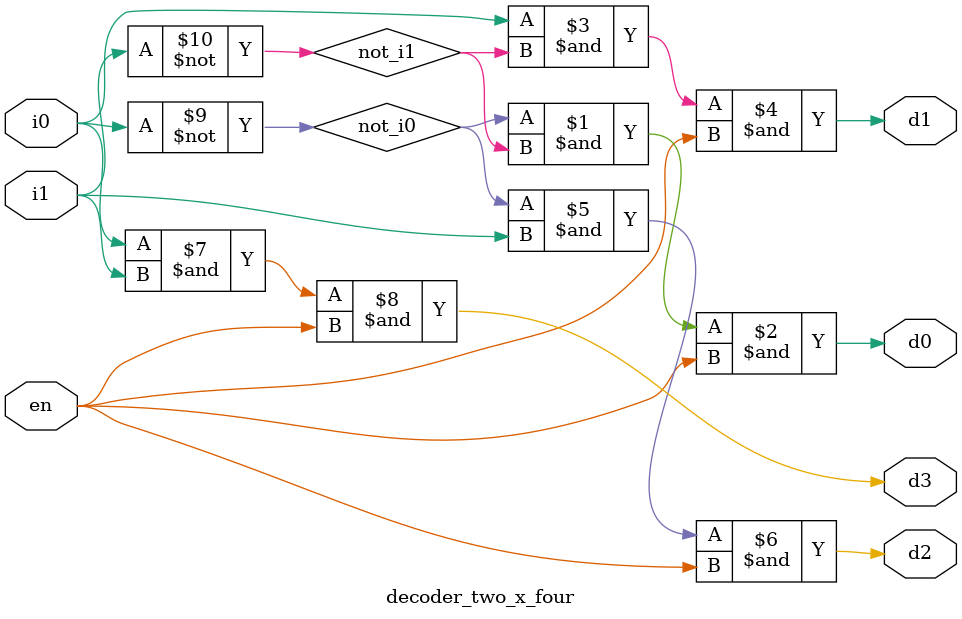
<source format=v>
`timescale 1ns / 1ps


module decoder2x4_tb();
    wire d0, d1, d2, d3;
	 
    reg en;
	 reg i0;
	 reg i1;
     
    always begin
		/*#1 a_clock =! a_clock;
		#1 b_clock =! b_clock;
		#1 c_clock =! c_clock;
		*/
		#1 en = 0; i1 = 0; i0 = 0;
		#1 en = 0; i1 = 0; i0 = 1;
		#1 en = 0; i1 = 1; i0 = 0;
		#1 en = 0; i1 = 1; i0 = 1;
		
		#1 en = 1; i1 = 0; i0 = 0;
		#1 en = 1; i1 = 0; i0 = 1;
		#1 en = 1; i1 = 1; i0 = 0;
		#1 en = 1; i1 = 1; i0 = 1;
    end
     
    initial begin
		//Initialize clock
		en = 0;
		i0 = 0;
		i1 = 0;
     
		//End simulation
		#9
		$finish;
    end
     
	 decoder_two_x_four myGate(d0, d1, d2, d3, i0, i1, en);
	 
endmodule



module decoder_two_x_four(d0, d1, d2, d3, i0, i1, en);
	input i0, i1, en;
	output d0, d1, d2, d3;

	wire not_i0, not_i1;
	
	not g1(not_i0, i0);
	not g2(not_i1, i1);
	
	//and g3(d0, not_i0, not_i1, en);

	assign d0 = not_i0 & not_i1 & en;
	assign d1 = i0 & not_i1 & en;
	assign d2 = not_i0 & i1 & en;
	assign d3 = i0 & i1 & en;

endmodule

</source>
